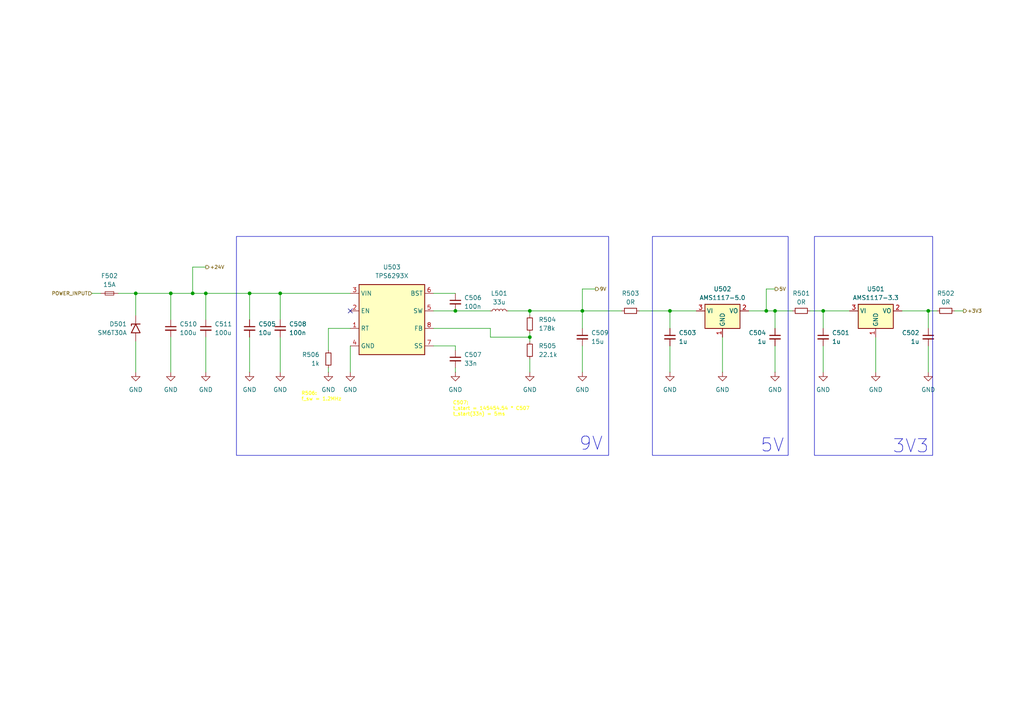
<source format=kicad_sch>
(kicad_sch (version 20250114) (generator "eeschema") (generator_version "9.0")
  (paper "A4")
  (lib_symbols
    (symbol "Bond_Kicad_Lib:BD_TPS6293X"
      (property "Reference" "U" (at -9.398 5.334 0))
      (property "Value" "TPS6293X" (at 4.318 5.08 0))
      (symbol "BD_TPS6293X_1_1"
        (rectangle (start -10.16 3.81) (end 8.89 -16.51) (stroke (width 0.254)) (fill (type background)))
        (pin power_in line (at -12.7 1.27 0) (length 2.54) (name "VIN") (number "3"))
        (pin input line (at -12.7 -3.81 0) (length 2.54) (name "EN") (number "2"))
        (pin passive line (at -12.7 -8.89 0) (length 2.54) (name "RT") (number "1"))
        (pin power_in line (at -12.7 -13.97 0) (length 2.54) (name "GND") (number "4"))
        (pin input line (at 11.43 1.27 180) (length 2.54) (name "BST") (number "6"))
        (pin power_out line (at 11.43 -3.81 180) (length 2.54) (name "SW") (number "5"))
        (pin input line (at 11.43 -8.89 180) (length 2.54) (name "FB") (number "8"))
        (pin passive line (at 11.43 -13.97 180) (length 2.54) (name "SS") (number "7"))
      )
    )
    (symbol "Device:C_Small" (pin_numbers (hide yes)) (pin_names (offset 0.254) (hide yes))
      (property "Reference" "C" (at 0.254 1.778 0))
      (property "Value" "C_Small" (at 0.254 -2.032 0))
      (symbol "C_Small_0_1"
        (polyline (pts (xy -1.524 0.508) (xy 1.524 0.508)) (stroke (width 0.3048)))
        (polyline (pts (xy -1.524 -0.508) (xy 1.524 -0.508)) (stroke (width 0.3302)))
      )
      (symbol "C_Small_1_1"
        (pin passive line (at 0 2.54 270) (length 2.032) (name "~") (number "1"))
        (pin passive line (at 0 -2.54 90) (length 2.032) (name "~") (number "2"))
      )
    )
    (symbol "Device:Fuse_Small" (pin_numbers (hide yes)) (pin_names (offset 0.254) (hide yes))
      (property "Reference" "F" (at 0 -1.524 0))
      (property "Value" "Fuse_Small" (at 0 1.524 0))
      (symbol "Fuse_Small_0_1"
        (rectangle (start -1.27 0.508) (end 1.27 -0.508))
        (polyline (pts (xy -1.27 0) (xy 1.27 0)))
      )
      (symbol "Fuse_Small_1_1"
        (pin passive line (at -2.54 0 0) (length 1.27) (name "~") (number "1"))
        (pin passive line (at 2.54 0 180) (length 1.27) (name "~") (number "2"))
      )
    )
    (symbol "Device:L_Small" (pin_numbers (hide yes)) (pin_names (offset 0.254) (hide yes))
      (property "Reference" "L" (at 0.762 1.016 0))
      (property "Value" "L_Small" (at 0.762 -1.016 0))
      (symbol "L_Small_0_1"
        (arc (start 0 2.032) (mid 0.5058 1.524) (end 0 1.016))
        (arc (start 0 1.016) (mid 0.5058 0.508) (end 0 0))
        (arc (start 0 0) (mid 0.5058 -0.508) (end 0 -1.016))
        (arc (start 0 -1.016) (mid 0.5058 -1.524) (end 0 -2.032))
      )
      (symbol "L_Small_1_1"
        (pin passive line (at 0 2.54 270) (length 0.508) (name "~") (number "1"))
        (pin passive line (at 0 -2.54 90) (length 0.508) (name "~") (number "2"))
      )
    )
    (symbol "Device:R_Small" (pin_numbers (hide yes)) (pin_names (offset 0.254) (hide yes))
      (property "Reference" "R" (at 0.762 0.508 0))
      (property "Value" "R_Small" (at 0.762 -1.016 0))
      (symbol "R_Small_0_1"
        (rectangle (start -0.762 1.778) (end 0.762 -1.778) (stroke (width 0.2032)))
      )
      (symbol "R_Small_1_1"
        (pin passive line (at 0 2.54 270) (length 0.762) (name "~") (number "1"))
        (pin passive line (at 0 -2.54 90) (length 0.762) (name "~") (number "2"))
      )
    )
    (symbol "Diode:SM6T30A" (pin_numbers (hide yes)) (pin_names (offset 1.016) (hide yes))
      (property "Reference" "D" (at 0 2.54 0))
      (property "Value" "SM6T30A" (at 0 -2.54 0))
      (symbol "SM6T30A_0_1"
        (polyline (pts (xy -0.762 1.27) (xy -1.27 1.27) (xy -1.27 -1.27)) (stroke (width 0.254)))
        (polyline (pts (xy 1.27 1.27) (xy 1.27 -1.27) (xy -1.27 0) (xy 1.27 1.27)) (stroke (width 0.254)))
      )
      (symbol "SM6T30A_1_1"
        (pin passive line (at -3.81 0 0) (length 2.54) (name "A1") (number "1"))
        (pin passive line (at 3.81 0 180) (length 2.54) (name "A2") (number "2"))
      )
    )
    (symbol "Regulator_Linear:AMS1117-3.3"
      (property "Reference" "U" (at -3.81 3.175 0))
      (property "Value" "AMS1117-3.3" (at 0 3.175 0))
      (symbol "AMS1117-3.3_0_1"
        (rectangle (start -5.08 -5.08) (end 5.08 1.905) (stroke (width 0.254)) (fill (type background)))
      )
      (symbol "AMS1117-3.3_1_1"
        (pin power_in line (at -7.62 0 0) (length 2.54) (name "VI") (number "3"))
        (pin power_in line (at 0 -7.62 90) (length 2.54) (name "GND") (number "1"))
        (pin power_out line (at 7.62 0 180) (length 2.54) (name "VO") (number "2"))
      )
    )
    (symbol "Regulator_Linear:AMS1117-5.0"
      (property "Reference" "U" (at -3.81 3.175 0))
      (property "Value" "AMS1117-5.0" (at 0 3.175 0))
      (symbol "AMS1117-5.0_0_1"
        (rectangle (start -5.08 -5.08) (end 5.08 1.905) (stroke (width 0.254)) (fill (type background)))
      )
      (symbol "AMS1117-5.0_1_1"
        (pin power_in line (at -7.62 0 0) (length 2.54) (name "VI") (number "3"))
        (pin power_in line (at 0 -7.62 90) (length 2.54) (name "GND") (number "1"))
        (pin power_out line (at 7.62 0 180) (length 2.54) (name "VO") (number "2"))
      )
    )
    (symbol "power:GND" (power) (pin_numbers (hide yes)) (pin_names (offset 0) (hide yes))
      (property "Value" "GND" (at 0 -3.81 0))
      (symbol "GND_0_1"
        (polyline (pts (xy 0 0) (xy 0 -1.27) (xy 1.27 -1.27) (xy 0 -2.54) (xy -1.27 -1.27) (xy 0 -1.27)))
      )
      (symbol "GND_1_1"
        (pin power_in line (at 0 0 270) (length 0) (name "~") (number "1"))
      )
    )
  )
  (rectangle (start 236.22 68.58) (end 270.51 132.08))
  (rectangle (start 68.58 68.58) (end 176.53 132.08))
  (rectangle (start 189.23 68.58) (end 228.6 132.08))
  (text "9V" (at 171.45 128.778 0) (effects (font (size 3.81 3.81))))
  (text "C507:\nt_start = 145454.54 * C507\nt_start(33n) = 5ms" (at 131.318 118.618 0) (effects (font (size 1.016 1.016)) (justify left)))
  (text "5V" (at 224.028 129.286 0) (effects (font (size 3.81 3.81))))
  (text "3V3" (at 264.16 129.54 0) (effects (font (size 3.81 3.81))))
  (text "R506:\nf_sw = 1.2MHz" (at 87.376 115.062 0) (effects (font (size 1.016 1.016)) (justify left)))
  (junction (at 39.37 85.09))
  (junction (at 222.25 90.17))
  (junction (at 59.69 85.09))
  (junction (at 132.08 90.17))
  (junction (at 153.67 90.17))
  (junction (at 224.79 90.17))
  (junction (at 269.24 90.17))
  (junction (at 49.53 85.09))
  (junction (at 55.88 85.09))
  (junction (at 238.76 90.17))
  (junction (at 72.39 85.09))
  (junction (at 153.67 97.79))
  (junction (at 81.28 85.09))
  (junction (at 168.91 90.17))
  (junction (at 194.31 90.17))
  (no_connect (at 101.6 90.17))
  (wire (pts (xy 142.24 97.79) (xy 142.24 95.25)))
  (wire (pts (xy 224.79 90.17) (xy 224.79 95.25)))
  (wire (pts (xy 194.31 90.17) (xy 194.31 95.25)))
  (wire (pts (xy 95.25 106.68) (xy 95.25 107.95)))
  (wire (pts (xy 49.53 97.79) (xy 49.53 107.95)))
  (wire (pts (xy 125.73 85.09) (xy 132.08 85.09)))
  (wire (pts (xy 81.28 85.09) (xy 81.28 92.71)))
  (wire (pts (xy 224.79 100.33) (xy 224.79 107.95)))
  (wire (pts (xy 49.53 85.09) (xy 55.88 85.09)))
  (wire (pts (xy 168.91 100.33) (xy 168.91 107.95)))
  (wire (pts (xy 101.6 100.33) (xy 101.6 107.95)))
  (wire (pts (xy 39.37 85.09) (xy 49.53 85.09)))
  (wire (pts (xy 101.6 95.25) (xy 95.25 95.25)))
  (wire (pts (xy 59.69 77.47) (xy 55.88 77.47)))
  (wire (pts (xy 234.95 90.17) (xy 238.76 90.17)))
  (wire (pts (xy 125.73 90.17) (xy 132.08 90.17)))
  (wire (pts (xy 168.91 83.82) (xy 172.72 83.82)))
  (wire (pts (xy 81.28 97.79) (xy 81.28 107.95)))
  (wire (pts (xy 222.25 90.17) (xy 222.25 83.82)))
  (wire (pts (xy 59.69 85.09) (xy 72.39 85.09)))
  (wire (pts (xy 26.67 85.09) (xy 29.21 85.09)))
  (wire (pts (xy 222.25 83.82) (xy 224.79 83.82)))
  (wire (pts (xy 125.73 100.33) (xy 132.08 100.33)))
  (wire (pts (xy 201.93 90.17) (xy 194.31 90.17)))
  (wire (pts (xy 238.76 90.17) (xy 246.38 90.17)))
  (wire (pts (xy 168.91 90.17) (xy 180.34 90.17)))
  (wire (pts (xy 34.29 85.09) (xy 39.37 85.09)))
  (wire (pts (xy 209.55 97.79) (xy 209.55 107.95)))
  (wire (pts (xy 217.17 90.17) (xy 222.25 90.17)))
  (wire (pts (xy 55.88 77.47) (xy 55.88 85.09)))
  (wire (pts (xy 81.28 85.09) (xy 101.6 85.09)))
  (wire (pts (xy 147.32 90.17) (xy 153.67 90.17)))
  (wire (pts (xy 39.37 99.06) (xy 39.37 107.95)))
  (wire (pts (xy 269.24 100.33) (xy 269.24 107.95)))
  (wire (pts (xy 153.67 96.52) (xy 153.67 97.79)))
  (wire (pts (xy 269.24 90.17) (xy 271.78 90.17)))
  (wire (pts (xy 224.79 90.17) (xy 229.87 90.17)))
  (wire (pts (xy 153.67 104.14) (xy 153.67 107.95)))
  (wire (pts (xy 39.37 85.09) (xy 39.37 91.44)))
  (wire (pts (xy 238.76 100.33) (xy 238.76 107.95)))
  (wire (pts (xy 153.67 90.17) (xy 168.91 90.17)))
  (wire (pts (xy 55.88 85.09) (xy 59.69 85.09)))
  (wire (pts (xy 95.25 95.25) (xy 95.25 101.6)))
  (wire (pts (xy 142.24 95.25) (xy 125.73 95.25)))
  (wire (pts (xy 238.76 90.17) (xy 238.76 95.25)))
  (wire (pts (xy 132.08 100.33) (xy 132.08 101.6)))
  (wire (pts (xy 168.91 83.82) (xy 168.91 90.17)))
  (wire (pts (xy 194.31 100.33) (xy 194.31 107.95)))
  (wire (pts (xy 185.42 90.17) (xy 194.31 90.17)))
  (wire (pts (xy 276.86 90.17) (xy 279.4 90.17)))
  (wire (pts (xy 269.24 90.17) (xy 269.24 95.25)))
  (wire (pts (xy 261.62 90.17) (xy 269.24 90.17)))
  (wire (pts (xy 222.25 90.17) (xy 224.79 90.17)))
  (wire (pts (xy 72.39 85.09) (xy 72.39 92.71)))
  (wire (pts (xy 72.39 85.09) (xy 81.28 85.09)))
  (wire (pts (xy 72.39 97.79) (xy 72.39 107.95)))
  (wire (pts (xy 153.67 97.79) (xy 153.67 99.06)))
  (wire (pts (xy 59.69 97.79) (xy 59.69 107.95)))
  (wire (pts (xy 132.08 90.17) (xy 142.24 90.17)))
  (wire (pts (xy 254 97.79) (xy 254 107.95)))
  (wire (pts (xy 168.91 90.17) (xy 168.91 95.25)))
  (wire (pts (xy 49.53 85.09) (xy 49.53 92.71)))
  (wire (pts (xy 153.67 97.79) (xy 142.24 97.79)))
  (wire (pts (xy 153.67 90.17) (xy 153.67 91.44)))
  (wire (pts (xy 132.08 106.68) (xy 132.08 107.95)))
  (wire (pts (xy 59.69 85.09) (xy 59.69 92.71)))
  (hierarchical_label "+24V" (shape output) (at 59.69 77.47 0) (effects (font (size 1.016 1.016))))
  (hierarchical_label "POWER_INPUT" (shape input) (at 26.67 85.09 180) (effects (font (size 1.016 1.016))))
  (hierarchical_label "9V" (shape output) (at 172.72 83.82 0) (effects (font (size 1.016 1.016))))
  (hierarchical_label "5V" (shape output) (at 224.79 83.82 0) (effects (font (size 1.016 1.016))))
  (hierarchical_label "+3V3" (shape output) (at 279.4 90.17 0) (effects (font (size 1.016 1.016))))
  (symbol (lib_id "Device:C_Small") (at 194.31 97.79 0) (mirror y) (unit 1)
    (property "Reference" "C503" (at 196.85 96.5262 0) (effects (justify right)))
    (property "Value" "1u" (at 196.85 99.0662 0) (effects (justify right)))
    (property "Description" "Unpolarized capacitor, small symbol" (effects (hide yes)))
  )
  (symbol (lib_id "Device:L_Small") (at 144.78 90.17 90) (unit 1)
    (property "Reference" "L501" (at 144.78 85.09 90))
    (property "Value" "33u" (at 144.78 87.63 90))
    (property "Description" "Inductor, small symbol" (effects (hide yes)))
  )
  (symbol (lib_id "power:GND") (at 49.53 107.95 0) (mirror y) (unit 1)
    (property "Reference" "#PWR0515" (effects (hide yes)))
    (property "Value" "GND" (at 49.53 113.03 0))
    (property "Description" "Power symbol creates a global label with name \"GND\" , ground" (effects (hide yes)))
  )
  (symbol (lib_id "power:GND") (at 81.28 107.95 0) (unit 1)
    (property "Reference" "#PWR0505" (effects (hide yes)))
    (property "Value" "GND" (at 81.28 113.03 0))
    (property "Description" "Power symbol creates a global label with name \"GND\" , ground" (effects (hide yes)))
  )
  (symbol (lib_id "power:GND") (at 132.08 107.95 0) (unit 1)
    (property "Reference" "#PWR0502" (effects (hide yes)))
    (property "Value" "GND" (at 132.08 113.03 0))
    (property "Description" "Power symbol creates a global label with name \"GND\" , ground" (effects (hide yes)))
  )
  (symbol (lib_id "Device:C_Small") (at 72.39 95.25 0) (mirror y) (unit 1)
    (property "Reference" "C505" (at 74.93 93.9862 0) (effects (justify right)))
    (property "Value" "10u" (at 74.93 96.5262 0) (effects (justify right)))
    (property "Description" "Unpolarized capacitor, small symbol" (effects (hide yes)))
  )
  (symbol (lib_id "Device:R_Small") (at 95.25 104.14 0) (mirror y) (unit 1)
    (property "Reference" "R506" (at 92.71 102.8699 0) (effects (justify left)))
    (property "Value" "1k" (at 92.71 105.4099 0) (effects (justify left)))
    (property "Description" "Resistor, small symbol" (effects (hide yes)))
  )
  (symbol (lib_id "power:GND") (at 101.6 107.95 0) (unit 1)
    (property "Reference" "#PWR0503" (effects (hide yes)))
    (property "Value" "GND" (at 101.6 113.03 0))
    (property "Description" "Power symbol creates a global label with name \"GND\" , ground" (effects (hide yes)))
  )
  (symbol (lib_id "power:GND") (at 168.91 107.95 0) (unit 1)
    (property "Reference" "#PWR0507" (effects (hide yes)))
    (property "Value" "GND" (at 168.91 113.03 0))
    (property "Description" "Power symbol creates a global label with name \"GND\" , ground" (effects (hide yes)))
  )
  (symbol (lib_id "Device:R_Small") (at 232.41 90.17 90) (unit 1)
    (property "Reference" "R501" (at 232.41 85.09 90))
    (property "Value" "0R" (at 232.41 87.63 90))
    (property "Description" "Resistor, small symbol" (effects (hide yes)))
  )
  (symbol (lib_id "Device:C_Small") (at 224.79 97.79 0) (unit 1)
    (property "Reference" "C504" (at 222.25 96.5262 0) (effects (justify right)))
    (property "Value" "1u" (at 222.25 99.0662 0) (effects (justify right)))
    (property "Description" "Unpolarized capacitor, small symbol" (effects (hide yes)))
  )
  (symbol (lib_id "Device:C_Small") (at 132.08 87.63 0) (mirror y) (unit 1)
    (property "Reference" "C506" (at 134.62 86.3662 0) (effects (justify right)))
    (property "Value" "100n" (at 134.62 88.9062 0) (effects (justify right)))
    (property "Description" "Unpolarized capacitor, small symbol" (effects (hide yes)))
  )
  (symbol (lib_id "power:GND") (at 224.79 107.95 0) (unit 1)
    (property "Reference" "#PWR0511" (effects (hide yes)))
    (property "Value" "GND" (at 224.79 113.03 0))
    (property "Description" "Power symbol creates a global label with name \"GND\" , ground" (effects (hide yes)))
  )
  (symbol (lib_id "Device:R_Small") (at 182.88 90.17 90) (unit 1)
    (property "Reference" "R503" (at 182.88 85.09 90))
    (property "Value" "0R" (at 182.88 87.63 90))
    (property "Description" "Resistor, small symbol" (effects (hide yes)))
  )
  (symbol (lib_id "Device:C_Small") (at 59.69 95.25 0) (mirror y) (unit 1)
    (property "Reference" "C511" (at 62.23 93.9862 0) (effects (justify right)))
    (property "Value" "100u" (at 62.23 96.5262 0) (effects (justify right)))
    (property "Description" "Unpolarized capacitor, small symbol" (effects (hide yes)))
  )
  (symbol (lib_id "Diode:SM6T30A") (at 39.37 95.25 90) (mirror x) (unit 1)
    (property "Reference" "D501" (at 36.83 93.9799 90) (effects (justify left)))
    (property "Value" "SM6T30A" (at 36.83 96.5199 90) (effects (justify left)))
    (property "Footprint" "Diode_SMD:D_SMB" (effects (hide yes)))
    (property "Datasheet" "https://www.st.com/resource/en/datasheet/sm6t.pdf" (effects (hide yes)))
    (property "Description" "600W unidirectional Transil Transient Voltage Suppressor, 30Vrwm, DO-214AA" (effects (hide yes)))
  )
  (symbol (lib_id "power:GND") (at 59.69 107.95 0) (mirror y) (unit 1)
    (property "Reference" "#PWR0516" (effects (hide yes)))
    (property "Value" "GND" (at 59.69 113.03 0))
    (property "Description" "Power symbol creates a global label with name \"GND\" , ground" (effects (hide yes)))
  )
  (symbol (lib_id "power:GND") (at 153.67 107.95 0) (unit 1)
    (property "Reference" "#PWR0501" (effects (hide yes)))
    (property "Value" "GND" (at 153.67 113.03 0))
    (property "Description" "Power symbol creates a global label with name \"GND\" , ground" (effects (hide yes)))
  )
  (symbol (lib_id "power:GND") (at 238.76 107.95 0) (unit 1)
    (property "Reference" "#PWR0512" (effects (hide yes)))
    (property "Value" "GND" (at 238.76 113.03 0))
    (property "Description" "Power symbol creates a global label with name \"GND\" , ground" (effects (hide yes)))
  )
  (symbol (lib_id "Device:C_Small") (at 238.76 97.79 0) (mirror y) (unit 1)
    (property "Reference" "C501" (at 241.3 96.5262 0) (effects (justify right)))
    (property "Value" "1u" (at 241.3 99.0662 0) (effects (justify right)))
    (property "Description" "Unpolarized capacitor, small symbol" (effects (hide yes)))
  )
  (symbol (lib_id "Device:C_Small") (at 132.08 104.14 0) (mirror y) (unit 1)
    (property "Reference" "C507" (at 134.62 102.8762 0) (effects (justify right)))
    (property "Value" "33n" (at 134.62 105.4162 0) (effects (justify right)))
    (property "Description" "Unpolarized capacitor, small symbol" (effects (hide yes)))
  )
  (symbol (lib_id "Device:R_Small") (at 153.67 93.98 180) (unit 1)
    (property "Reference" "R504" (at 156.21 92.7099 0) (effects (justify right)))
    (property "Value" "178k" (at 156.21 95.2499 0) (effects (justify right)))
    (property "Description" "Resistor, small symbol" (effects (hide yes)))
  )
  (symbol (lib_id "Device:C_Small") (at 49.53 95.25 0) (mirror y) (unit 1)
    (property "Reference" "C510" (at 52.07 93.9862 0) (effects (justify right)))
    (property "Value" "100u" (at 52.07 96.5262 0) (effects (justify right)))
    (property "Description" "Unpolarized capacitor, small symbol" (effects (hide yes)))
  )
  (symbol (lib_id "power:GND") (at 72.39 107.95 0) (unit 1)
    (property "Reference" "#PWR0506" (effects (hide yes)))
    (property "Value" "GND" (at 72.39 113.03 0))
    (property "Description" "Power symbol creates a global label with name \"GND\" , ground" (effects (hide yes)))
  )
  (symbol (lib_id "power:GND") (at 39.37 107.95 0) (mirror y) (unit 1)
    (property "Reference" "#PWR0508" (effects (hide yes)))
    (property "Value" "GND" (at 39.37 113.03 0))
    (property "Description" "Power symbol creates a global label with name \"GND\" , ground" (effects (hide yes)))
  )
  (symbol (lib_id "Device:C_Small") (at 269.24 97.79 0) (unit 1)
    (property "Reference" "C502" (at 266.7 96.5262 0) (effects (justify right)))
    (property "Value" "1u" (at 266.7 99.0662 0) (effects (justify right)))
    (property "Description" "Unpolarized capacitor, small symbol" (effects (hide yes)))
  )
  (symbol (lib_id "Regulator_Linear:AMS1117-5.0") (at 209.55 90.17 0) (unit 1)
    (property "Reference" "U502" (at 209.55 83.82 0))
    (property "Value" "AMS1117-5.0" (at 209.55 86.36 0))
    (property "Footprint" "Package_TO_SOT_SMD:SOT-223-3_TabPin2" (effects (hide yes)))
    (property "Datasheet" "http://www.advanced-monolithic.com/pdf/ds1117.pdf" (effects (hide yes)))
    (property "Description" "1A Low Dropout regulator, positive, 5.0V fixed output, SOT-223" (effects (hide yes)))
  )
  (symbol (lib_id "Device:Fuse_Small") (at 31.75 85.09 0) (unit 1)
    (property "Reference" "F502" (at 31.75 80.01 0))
    (property "Value" "15A" (at 31.75 82.55 0))
    (property "Description" "Fuse, small symbol" (effects (hide yes)))
  )
  (symbol (lib_id "Device:R_Small") (at 274.32 90.17 90) (unit 1)
    (property "Reference" "R502" (at 274.32 85.09 90))
    (property "Value" "0R" (at 274.32 87.63 90))
    (property "Description" "Resistor, small symbol" (effects (hide yes)))
  )
  (symbol (lib_id "Regulator_Linear:AMS1117-3.3") (at 254 90.17 0) (unit 1)
    (property "Reference" "U501" (at 254 83.82 0))
    (property "Value" "AMS1117-3.3" (at 254 86.36 0))
    (property "Footprint" "Package_TO_SOT_SMD:SOT-223-3_TabPin2" (effects (hide yes)))
    (property "Datasheet" "http://www.advanced-monolithic.com/pdf/ds1117.pdf" (effects (hide yes)))
    (property "Description" "1A Low Dropout regulator, positive, 3.3V fixed output, SOT-223" (effects (hide yes)))
  )
  (symbol (lib_id "power:GND") (at 209.55 107.95 0) (unit 1)
    (property "Reference" "#PWR0510" (effects (hide yes)))
    (property "Value" "GND" (at 209.55 113.03 0))
    (property "Description" "Power symbol creates a global label with name \"GND\" , ground" (effects (hide yes)))
  )
  (symbol (lib_id "Device:C_Small") (at 168.91 97.79 0) (mirror y) (unit 1)
    (property "Reference" "C509" (at 171.45 96.5262 0) (effects (justify right)))
    (property "Value" "15u" (at 171.45 99.0662 0) (effects (justify right)))
    (property "Description" "Unpolarized capacitor, small symbol" (effects (hide yes)))
  )
  (symbol (lib_id "power:GND") (at 254 107.95 0) (unit 1)
    (property "Reference" "#PWR0513" (effects (hide yes)))
    (property "Value" "GND" (at 254 113.03 0))
    (property "Description" "Power symbol creates a global label with name \"GND\" , ground" (effects (hide yes)))
  )
  (symbol (lib_id "Bond_Kicad_Lib:BD_TPS6293X") (at 114.3 86.36 0) (unit 1)
    (property "Reference" "U503" (at 113.665 77.47 0))
    (property "Value" "TPS6293X" (at 113.665 80.01 0))
    (property "Footprint" "Package_TO_SOT_SMD:SOT-583-8" (effects (hide yes)))
    (property "Datasheet" "https://www.ti.com/lit/ds/symlink/tps62933o.pdf?ts=1765921797840" (effects (hide yes)))
    (property "Description" "3.8-V to 30-V, 2-A, 3-A Synchronous Buck Converters in a SOT583 Package" (effects (hide yes)))
  )
  (symbol (lib_id "power:GND") (at 269.24 107.95 0) (unit 1)
    (property "Reference" "#PWR0514" (effects (hide yes)))
    (property "Value" "GND" (at 269.24 113.03 0))
    (property "Description" "Power symbol creates a global label with name \"GND\" , ground" (effects (hide yes)))
  )
  (symbol (lib_id "Device:C_Small") (at 81.28 95.25 0) (mirror y) (unit 1)
    (property "Reference" "C508" (at 83.82 93.9862 0) (effects (justify right)))
    (property "Value" "100n" (at 83.82 96.5262 0) (effects (justify right)))
    (property "Description" "Unpolarized capacitor, small symbol" (effects (hide yes)))
  )
  (symbol (lib_id "power:GND") (at 95.25 107.95 0) (unit 1)
    (property "Reference" "#PWR0504" (effects (hide yes)))
    (property "Value" "GND" (at 95.25 113.03 0))
    (property "Description" "Power symbol creates a global label with name \"GND\" , ground" (effects (hide yes)))
  )
  (symbol (lib_id "power:GND") (at 194.31 107.95 0) (unit 1)
    (property "Reference" "#PWR0509" (effects (hide yes)))
    (property "Value" "GND" (at 194.31 113.03 0))
    (property "Description" "Power symbol creates a global label with name \"GND\" , ground" (effects (hide yes)))
  )
  (symbol (lib_id "Device:R_Small") (at 153.67 101.6 180) (unit 1)
    (property "Reference" "R505" (at 156.21 100.3299 0) (effects (justify right)))
    (property "Value" "22.1k" (at 156.21 102.8699 0) (effects (justify right)))
    (property "Description" "Resistor, small symbol" (effects (hide yes)))
  )
)
</source>
